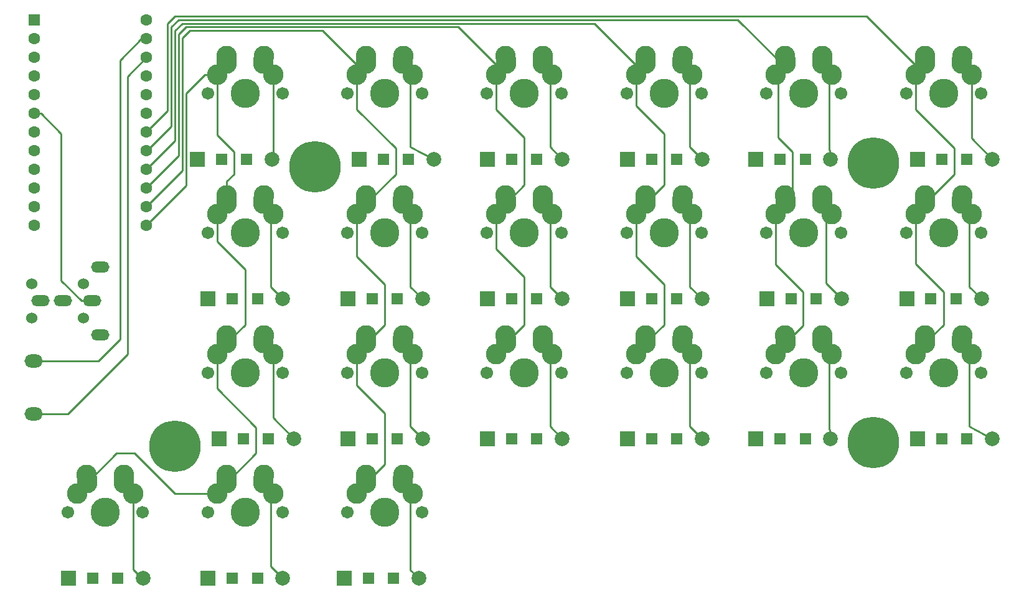
<source format=gbl>
G04 #@! TF.FileFunction,Copper,L2,Bot,Signal*
%FSLAX46Y46*%
G04 Gerber Fmt 4.6, Leading zero omitted, Abs format (unit mm)*
G04 Created by KiCad (PCBNEW 4.0.7) date *
%MOMM*%
%LPD*%
G01*
G04 APERTURE LIST*
%ADD10C,0.150000*%
%ADD11C,7.000000*%
%ADD12R,1.524000X1.524000*%
%ADD13C,1.998980*%
%ADD14R,1.998980X1.998980*%
%ADD15O,2.500000X1.524000*%
%ADD16C,1.524000*%
%ADD17C,2.800000*%
%ADD18C,3.987810*%
%ADD19C,1.701810*%
%ADD20O,2.500000X1.800000*%
%ADD21R,1.600000X1.600000*%
%ADD22C,1.600000*%
%ADD23C,0.250000*%
G04 APERTURE END LIST*
D10*
D11*
X216500000Y-109500000D03*
X140500000Y-72000000D03*
X216500000Y-71500000D03*
X121500000Y-110000000D03*
D12*
X113700000Y-128000000D03*
X110300000Y-128000000D03*
D13*
X117160000Y-127997460D03*
D14*
X107000000Y-127997460D03*
D12*
X131200000Y-71000000D03*
X127800000Y-71000000D03*
D13*
X134660000Y-70997460D03*
D14*
X124500000Y-70997460D03*
D12*
X132700000Y-90000000D03*
X129300000Y-90000000D03*
D13*
X136160000Y-89997460D03*
D14*
X126000000Y-89997460D03*
D12*
X134200000Y-109000000D03*
X130800000Y-109000000D03*
D13*
X137660000Y-108997460D03*
D14*
X127500000Y-108997460D03*
D12*
X132700000Y-128000000D03*
X129300000Y-128000000D03*
D13*
X136160000Y-127997460D03*
D14*
X126000000Y-127997460D03*
D12*
X153200000Y-71000000D03*
X149800000Y-71000000D03*
D13*
X156660000Y-70997460D03*
D14*
X146500000Y-70997460D03*
D12*
X151700000Y-90000000D03*
X148300000Y-90000000D03*
D13*
X155160000Y-89997460D03*
D14*
X145000000Y-89997460D03*
D12*
X151700000Y-109000000D03*
X148300000Y-109000000D03*
D13*
X155160000Y-108997460D03*
D14*
X145000000Y-108997460D03*
D12*
X151200000Y-128000000D03*
X147800000Y-128000000D03*
D13*
X154660000Y-127997460D03*
D14*
X144500000Y-127997460D03*
D12*
X170700000Y-71000000D03*
X167300000Y-71000000D03*
D13*
X174160000Y-70997460D03*
D14*
X164000000Y-70997460D03*
D12*
X170700000Y-90000000D03*
X167300000Y-90000000D03*
D13*
X174160000Y-89997460D03*
D14*
X164000000Y-89997460D03*
D12*
X170700000Y-109000000D03*
X167300000Y-109000000D03*
D13*
X174160000Y-108997460D03*
D14*
X164000000Y-108997460D03*
D12*
X189700000Y-71000000D03*
X186300000Y-71000000D03*
D13*
X193160000Y-70997460D03*
D14*
X183000000Y-70997460D03*
D12*
X189700000Y-90000000D03*
X186300000Y-90000000D03*
D13*
X193160000Y-89997460D03*
D14*
X183000000Y-89997460D03*
D12*
X189700000Y-109000000D03*
X186300000Y-109000000D03*
D13*
X193160000Y-108997460D03*
D14*
X183000000Y-108997460D03*
D12*
X207200000Y-71000000D03*
X203800000Y-71000000D03*
D13*
X210660000Y-70997460D03*
D14*
X200500000Y-70997460D03*
D12*
X208700000Y-90000000D03*
X205300000Y-90000000D03*
D13*
X212160000Y-89997460D03*
D14*
X202000000Y-89997460D03*
D12*
X207200000Y-109000000D03*
X203800000Y-109000000D03*
D13*
X210660000Y-108997460D03*
D14*
X200500000Y-108997460D03*
D12*
X229200000Y-71000000D03*
X225800000Y-71000000D03*
D13*
X232660000Y-70997460D03*
D14*
X222500000Y-70997460D03*
D12*
X227700000Y-90000000D03*
X224300000Y-90000000D03*
D13*
X231160000Y-89997460D03*
D14*
X221000000Y-89997460D03*
D12*
X229200000Y-109000000D03*
X225800000Y-109000000D03*
D13*
X232660000Y-108997460D03*
D14*
X222500000Y-108997460D03*
D15*
X110200000Y-90250000D03*
X111300000Y-94850000D03*
D16*
X109000000Y-92550000D03*
X102000000Y-92550000D03*
X102000000Y-87950000D03*
X109000000Y-87950000D03*
D15*
X111300000Y-85650000D03*
X103200000Y-90250000D03*
X106200000Y-90250000D03*
X110200000Y-90250000D03*
D17*
X108190000Y-116460000D03*
D18*
X112000000Y-119000000D03*
D19*
X106920000Y-119000000D03*
X117080000Y-119000000D03*
D17*
X115810000Y-116460000D03*
X114500000Y-115000000D03*
X109500000Y-115000000D03*
X109460000Y-113920000D03*
X114540000Y-113920000D03*
X114500000Y-114500000D03*
X109500000Y-114500000D03*
X127190000Y-59460000D03*
D18*
X131000000Y-62000000D03*
D19*
X125920000Y-62000000D03*
X136080000Y-62000000D03*
D17*
X134810000Y-59460000D03*
X133500000Y-58000000D03*
X128500000Y-58000000D03*
X128460000Y-56920000D03*
X133540000Y-56920000D03*
X133500000Y-57500000D03*
X128500000Y-57500000D03*
X127190000Y-78460000D03*
D18*
X131000000Y-81000000D03*
D19*
X125920000Y-81000000D03*
X136080000Y-81000000D03*
D17*
X134810000Y-78460000D03*
X133500000Y-77000000D03*
X128500000Y-77000000D03*
X128460000Y-75920000D03*
X133540000Y-75920000D03*
X133500000Y-76500000D03*
X128500000Y-76500000D03*
X127190000Y-97460000D03*
D18*
X131000000Y-100000000D03*
D19*
X125920000Y-100000000D03*
X136080000Y-100000000D03*
D17*
X134810000Y-97460000D03*
X133500000Y-96000000D03*
X128500000Y-96000000D03*
X128460000Y-94920000D03*
X133540000Y-94920000D03*
X133500000Y-95500000D03*
X128500000Y-95500000D03*
X127190000Y-116460000D03*
D18*
X131000000Y-119000000D03*
D19*
X125920000Y-119000000D03*
X136080000Y-119000000D03*
D17*
X134810000Y-116460000D03*
X133500000Y-115000000D03*
X128500000Y-115000000D03*
X128460000Y-113920000D03*
X133540000Y-113920000D03*
X133500000Y-114500000D03*
X128500000Y-114500000D03*
X146190000Y-59460000D03*
D18*
X150000000Y-62000000D03*
D19*
X144920000Y-62000000D03*
X155080000Y-62000000D03*
D17*
X153810000Y-59460000D03*
X152500000Y-58000000D03*
X147500000Y-58000000D03*
X147460000Y-56920000D03*
X152540000Y-56920000D03*
X152500000Y-57500000D03*
X147500000Y-57500000D03*
X146190000Y-78460000D03*
D18*
X150000000Y-81000000D03*
D19*
X144920000Y-81000000D03*
X155080000Y-81000000D03*
D17*
X153810000Y-78460000D03*
X152500000Y-77000000D03*
X147500000Y-77000000D03*
X147460000Y-75920000D03*
X152540000Y-75920000D03*
X152500000Y-76500000D03*
X147500000Y-76500000D03*
X146190000Y-97460000D03*
D18*
X150000000Y-100000000D03*
D19*
X144920000Y-100000000D03*
X155080000Y-100000000D03*
D17*
X153810000Y-97460000D03*
X152500000Y-96000000D03*
X147500000Y-96000000D03*
X147460000Y-94920000D03*
X152540000Y-94920000D03*
X152500000Y-95500000D03*
X147500000Y-95500000D03*
X146190000Y-116460000D03*
D18*
X150000000Y-119000000D03*
D19*
X144920000Y-119000000D03*
X155080000Y-119000000D03*
D17*
X153810000Y-116460000D03*
X152500000Y-115000000D03*
X147500000Y-115000000D03*
X147460000Y-113920000D03*
X152540000Y-113920000D03*
X152500000Y-114500000D03*
X147500000Y-114500000D03*
X165190000Y-59460000D03*
D18*
X169000000Y-62000000D03*
D19*
X163920000Y-62000000D03*
X174080000Y-62000000D03*
D17*
X172810000Y-59460000D03*
X171500000Y-58000000D03*
X166500000Y-58000000D03*
X166460000Y-56920000D03*
X171540000Y-56920000D03*
X171500000Y-57500000D03*
X166500000Y-57500000D03*
X165190000Y-78460000D03*
D18*
X169000000Y-81000000D03*
D19*
X163920000Y-81000000D03*
X174080000Y-81000000D03*
D17*
X172810000Y-78460000D03*
X171500000Y-77000000D03*
X166500000Y-77000000D03*
X166460000Y-75920000D03*
X171540000Y-75920000D03*
X171500000Y-76500000D03*
X166500000Y-76500000D03*
X165190000Y-97460000D03*
D18*
X169000000Y-100000000D03*
D19*
X163920000Y-100000000D03*
X174080000Y-100000000D03*
D17*
X172810000Y-97460000D03*
X171500000Y-96000000D03*
X166500000Y-96000000D03*
X166460000Y-94920000D03*
X171540000Y-94920000D03*
X171500000Y-95500000D03*
X166500000Y-95500000D03*
X184190000Y-59460000D03*
D18*
X188000000Y-62000000D03*
D19*
X182920000Y-62000000D03*
X193080000Y-62000000D03*
D17*
X191810000Y-59460000D03*
X190500000Y-58000000D03*
X185500000Y-58000000D03*
X185460000Y-56920000D03*
X190540000Y-56920000D03*
X190500000Y-57500000D03*
X185500000Y-57500000D03*
X184190000Y-78460000D03*
D18*
X188000000Y-81000000D03*
D19*
X182920000Y-81000000D03*
X193080000Y-81000000D03*
D17*
X191810000Y-78460000D03*
X190500000Y-77000000D03*
X185500000Y-77000000D03*
X185460000Y-75920000D03*
X190540000Y-75920000D03*
X190500000Y-76500000D03*
X185500000Y-76500000D03*
X184190000Y-97460000D03*
D18*
X188000000Y-100000000D03*
D19*
X182920000Y-100000000D03*
X193080000Y-100000000D03*
D17*
X191810000Y-97460000D03*
X190500000Y-96000000D03*
X185500000Y-96000000D03*
X185460000Y-94920000D03*
X190540000Y-94920000D03*
X190500000Y-95500000D03*
X185500000Y-95500000D03*
X203190000Y-59460000D03*
D18*
X207000000Y-62000000D03*
D19*
X201920000Y-62000000D03*
X212080000Y-62000000D03*
D17*
X210810000Y-59460000D03*
X209500000Y-58000000D03*
X204500000Y-58000000D03*
X204460000Y-56920000D03*
X209540000Y-56920000D03*
X209500000Y-57500000D03*
X204500000Y-57500000D03*
X203190000Y-78460000D03*
D18*
X207000000Y-81000000D03*
D19*
X201920000Y-81000000D03*
X212080000Y-81000000D03*
D17*
X210810000Y-78460000D03*
X209500000Y-77000000D03*
X204500000Y-77000000D03*
X204460000Y-75920000D03*
X209540000Y-75920000D03*
X209500000Y-76500000D03*
X204500000Y-76500000D03*
X203190000Y-97460000D03*
D18*
X207000000Y-100000000D03*
D19*
X201920000Y-100000000D03*
X212080000Y-100000000D03*
D17*
X210810000Y-97460000D03*
X209500000Y-96000000D03*
X204500000Y-96000000D03*
X204460000Y-94920000D03*
X209540000Y-94920000D03*
X209500000Y-95500000D03*
X204500000Y-95500000D03*
X222190000Y-59460000D03*
D18*
X226000000Y-62000000D03*
D19*
X220920000Y-62000000D03*
X231080000Y-62000000D03*
D17*
X229810000Y-59460000D03*
X228500000Y-58000000D03*
X223500000Y-58000000D03*
X223460000Y-56920000D03*
X228540000Y-56920000D03*
X228500000Y-57500000D03*
X223500000Y-57500000D03*
X222190000Y-78460000D03*
D18*
X226000000Y-81000000D03*
D19*
X220920000Y-81000000D03*
X231080000Y-81000000D03*
D17*
X229810000Y-78460000D03*
X228500000Y-77000000D03*
X223500000Y-77000000D03*
X223460000Y-75920000D03*
X228540000Y-75920000D03*
X228500000Y-76500000D03*
X223500000Y-76500000D03*
X222190000Y-97460000D03*
D18*
X226000000Y-100000000D03*
D19*
X220920000Y-100000000D03*
X231080000Y-100000000D03*
D17*
X229810000Y-97460000D03*
X228500000Y-96000000D03*
X223500000Y-96000000D03*
X223460000Y-94920000D03*
X228540000Y-94920000D03*
X228500000Y-95500000D03*
X223500000Y-95500000D03*
D20*
X102250000Y-105600000D03*
X102250000Y-98400000D03*
D21*
X102380000Y-52030000D03*
D22*
X102380000Y-54570000D03*
X102380000Y-57110000D03*
X102380000Y-59650000D03*
X102380000Y-62190000D03*
X102380000Y-64730000D03*
X102380000Y-67270000D03*
X102380000Y-69810000D03*
X102380000Y-72350000D03*
X102380000Y-74890000D03*
X102380000Y-77430000D03*
X102380000Y-79970000D03*
X117620000Y-79970000D03*
X117620000Y-77430000D03*
X117620000Y-74890000D03*
X117620000Y-72350000D03*
X117620000Y-69810000D03*
X117620000Y-67270000D03*
X117620000Y-64730000D03*
X117620000Y-62190000D03*
X117620000Y-59650000D03*
X117620000Y-57110000D03*
X117620000Y-54570000D03*
X117620000Y-52030000D03*
D23*
X115810000Y-116460000D02*
X115810000Y-116310000D01*
X115810000Y-116310000D02*
X114500000Y-115000000D01*
X115810000Y-116460000D02*
X115810000Y-126810000D01*
X115810000Y-126810000D02*
X116997460Y-127997460D01*
X116997460Y-127997460D02*
X117160000Y-127997460D01*
X134810000Y-59460000D02*
X134810000Y-70847460D01*
X134810000Y-70847460D02*
X134660000Y-70997460D01*
X133500000Y-58000000D02*
X133500000Y-58150000D01*
X133500000Y-58150000D02*
X134500000Y-59150000D01*
X133500000Y-77000000D02*
X133500000Y-77150000D01*
X133500000Y-77150000D02*
X134500000Y-78150000D01*
X134500000Y-78150000D02*
X134500000Y-88337460D01*
X134500000Y-88337460D02*
X136160000Y-89997460D01*
X134810000Y-97460000D02*
X134810000Y-106147460D01*
X134810000Y-106147460D02*
X137660000Y-108997460D01*
X133500000Y-96000000D02*
X133500000Y-96150000D01*
X133500000Y-96150000D02*
X134810000Y-97460000D01*
X133500000Y-115000000D02*
X133500000Y-115150000D01*
X133500000Y-115150000D02*
X134500000Y-116150000D01*
X134500000Y-116150000D02*
X134500000Y-126337460D01*
X134500000Y-126337460D02*
X136160000Y-127997460D01*
X152500000Y-58000000D02*
X152500000Y-58150000D01*
X152500000Y-58150000D02*
X153500000Y-59150000D01*
X153500000Y-59150000D02*
X153500000Y-69337460D01*
X153500000Y-69337460D02*
X156660000Y-70997460D01*
X152500000Y-77000000D02*
X152500000Y-77150000D01*
X152500000Y-77150000D02*
X153500000Y-78150000D01*
X153500000Y-78150000D02*
X153500000Y-88337460D01*
X153500000Y-88337460D02*
X155160000Y-89997460D01*
X152500000Y-96000000D02*
X152500000Y-96150000D01*
X152500000Y-96150000D02*
X153500000Y-97150000D01*
X153500000Y-97150000D02*
X153500000Y-107337460D01*
X153500000Y-107337460D02*
X155160000Y-108997460D01*
X152500000Y-115000000D02*
X152500000Y-115150000D01*
X152500000Y-115150000D02*
X153500000Y-116150000D01*
X153500000Y-116150000D02*
X153500000Y-126837460D01*
X153500000Y-126837460D02*
X154660000Y-127997460D01*
X172500000Y-69337460D02*
X174160000Y-70997460D01*
X171500000Y-58000000D02*
X171500000Y-58150000D01*
X171500000Y-58150000D02*
X172500000Y-59150000D01*
X172500000Y-59150000D02*
X172500000Y-69337460D01*
X171500000Y-77000000D02*
X171500000Y-77150000D01*
X171500000Y-77150000D02*
X172500000Y-78150000D01*
X172500000Y-78150000D02*
X172500000Y-88337460D01*
X172500000Y-88337460D02*
X174160000Y-89997460D01*
X171500000Y-96000000D02*
X171500000Y-96150000D01*
X171500000Y-96150000D02*
X172500000Y-97150000D01*
X172500000Y-97150000D02*
X172500000Y-107337460D01*
X172500000Y-107337460D02*
X174160000Y-108997460D01*
X190500000Y-58000000D02*
X190500000Y-58150000D01*
X190500000Y-58150000D02*
X191500000Y-59150000D01*
X191500000Y-59150000D02*
X191500000Y-69337460D01*
X191500000Y-69337460D02*
X193160000Y-70997460D01*
X190500000Y-77000000D02*
X190500000Y-77150000D01*
X190500000Y-77150000D02*
X191500000Y-78150000D01*
X191500000Y-78150000D02*
X191500000Y-88337460D01*
X191500000Y-88337460D02*
X193160000Y-89997460D01*
X190500000Y-96000000D02*
X190500000Y-96150000D01*
X190500000Y-96150000D02*
X191500000Y-97150000D01*
X191500000Y-97150000D02*
X191500000Y-107337460D01*
X191500000Y-107337460D02*
X193160000Y-108997460D01*
X209500000Y-58000000D02*
X209500000Y-58150000D01*
X209500000Y-58150000D02*
X210500000Y-59150000D01*
X210500000Y-59150000D02*
X210500000Y-69337460D01*
X210500000Y-69337460D02*
X210660000Y-70997460D01*
X209500000Y-77000000D02*
X209500000Y-77150000D01*
X209500000Y-77150000D02*
X210000000Y-77650000D01*
X210000000Y-77650000D02*
X210000000Y-87837460D01*
X210000000Y-87837460D02*
X212160000Y-89997460D01*
X209500000Y-96000000D02*
X209500000Y-96150000D01*
X209500000Y-96150000D02*
X210500000Y-97150000D01*
X210500000Y-97150000D02*
X210500000Y-107337460D01*
X210500000Y-107337460D02*
X210660000Y-108997460D01*
X229810000Y-59460000D02*
X229810000Y-68147460D01*
X229810000Y-68147460D02*
X232660000Y-70997460D01*
X228500000Y-58000000D02*
X228500000Y-58150000D01*
X228500000Y-58150000D02*
X229810000Y-59460000D01*
X228500000Y-77000000D02*
X228500000Y-77150000D01*
X228500000Y-77150000D02*
X229500000Y-78150000D01*
X229500000Y-78150000D02*
X229500000Y-88337460D01*
X229500000Y-88337460D02*
X231160000Y-89997460D01*
X228500000Y-96000000D02*
X228500000Y-96150000D01*
X228500000Y-96150000D02*
X229500000Y-97150000D01*
X229500000Y-97150000D02*
X229500000Y-107337460D01*
X229500000Y-107337460D02*
X232660000Y-108997460D01*
X127190000Y-59460000D02*
X125540000Y-59460000D01*
X123000000Y-74590000D02*
X117620000Y-79970000D01*
X123000000Y-62000000D02*
X123000000Y-74590000D01*
X125540000Y-59460000D02*
X123000000Y-62000000D01*
X128500000Y-77000000D02*
X128500000Y-74000000D01*
X127190000Y-67690000D02*
X127190000Y-59460000D01*
X129500000Y-70000000D02*
X127190000Y-67690000D01*
X129500000Y-73000000D02*
X129500000Y-70000000D01*
X128500000Y-74000000D02*
X129500000Y-73000000D01*
X128500000Y-58000000D02*
X128500000Y-58150000D01*
X128500000Y-58150000D02*
X127190000Y-59460000D01*
X127190000Y-97460000D02*
X127190000Y-102190000D01*
X132500000Y-111000000D02*
X128500000Y-115000000D01*
X132500000Y-107500000D02*
X132500000Y-111000000D01*
X127190000Y-102190000D02*
X132500000Y-107500000D01*
X128500000Y-115000000D02*
X128500000Y-115150000D01*
X128500000Y-115150000D02*
X127190000Y-116460000D01*
X109500000Y-115000000D02*
X109500000Y-115150000D01*
X109500000Y-115150000D02*
X108190000Y-116460000D01*
X128500000Y-77000000D02*
X128500000Y-77150000D01*
X128500000Y-77150000D02*
X127190000Y-78460000D01*
X128500000Y-96000000D02*
X128500000Y-96150000D01*
X128500000Y-96150000D02*
X127190000Y-97460000D01*
X127190000Y-116460000D02*
X121460000Y-116460000D01*
X113500000Y-111000000D02*
X109500000Y-115000000D01*
X116000000Y-111000000D02*
X113500000Y-111000000D01*
X121460000Y-116460000D02*
X116000000Y-111000000D01*
X127190000Y-78460000D02*
X127190000Y-82190000D01*
X131000000Y-93500000D02*
X128500000Y-96000000D01*
X131000000Y-86000000D02*
X131000000Y-93500000D01*
X127190000Y-82190000D02*
X131000000Y-86000000D01*
X124000000Y-53500000D02*
X123500000Y-53500000D01*
X123500000Y-53500000D02*
X122500000Y-54500000D01*
X122500000Y-54500000D02*
X122500000Y-55000000D01*
X141500000Y-53500000D02*
X124000000Y-53500000D01*
X146000000Y-58000000D02*
X147500000Y-58000000D01*
X146000000Y-58000000D02*
X141500000Y-53500000D01*
X117620000Y-77430000D02*
X122500000Y-72550000D01*
X122500000Y-55000000D02*
X122500000Y-72550000D01*
X146190000Y-59460000D02*
X146190000Y-64190000D01*
X151500000Y-73000000D02*
X147500000Y-77000000D01*
X151500000Y-69500000D02*
X151500000Y-73000000D01*
X146190000Y-64190000D02*
X151500000Y-69500000D01*
X147500000Y-58000000D02*
X147500000Y-58150000D01*
X147500000Y-58150000D02*
X146190000Y-59460000D01*
X147500000Y-96000000D02*
X147500000Y-96150000D01*
X147500000Y-96150000D02*
X146190000Y-97460000D01*
X147500000Y-115000000D02*
X147500000Y-115150000D01*
X147500000Y-115150000D02*
X146190000Y-116460000D01*
X146190000Y-97460000D02*
X146190000Y-101690000D01*
X150000000Y-112500000D02*
X147500000Y-115000000D01*
X150000000Y-105500000D02*
X150000000Y-112500000D01*
X146190000Y-101690000D02*
X150000000Y-105500000D01*
X146190000Y-78460000D02*
X146190000Y-84190000D01*
X150000000Y-93500000D02*
X146190000Y-97310000D01*
X150000000Y-88000000D02*
X150000000Y-93500000D01*
X146190000Y-84190000D02*
X150000000Y-88000000D01*
X146190000Y-97310000D02*
X146190000Y-97460000D01*
X147500000Y-77000000D02*
X147500000Y-77150000D01*
X147500000Y-77150000D02*
X146190000Y-78460000D01*
X117620000Y-74880000D02*
X122000000Y-70500000D01*
X165000000Y-58000000D02*
X160000000Y-53000000D01*
X160000000Y-53000000D02*
X123000000Y-53000000D01*
X166500000Y-58000000D02*
X165000000Y-58000000D01*
X122000000Y-54000000D02*
X123000000Y-53000000D01*
X122000000Y-70500000D02*
X122000000Y-54000000D01*
X117620000Y-74890000D02*
X117620000Y-74880000D01*
X165190000Y-59460000D02*
X165190000Y-59310000D01*
X165190000Y-59310000D02*
X166500000Y-58000000D01*
X166500000Y-96000000D02*
X166500000Y-96150000D01*
X166500000Y-96150000D02*
X165190000Y-97460000D01*
X166500000Y-77000000D02*
X166500000Y-77150000D01*
X166500000Y-77150000D02*
X165190000Y-78460000D01*
X165190000Y-78460000D02*
X165190000Y-83190000D01*
X169000000Y-93500000D02*
X166500000Y-96000000D01*
X169000000Y-87000000D02*
X169000000Y-93500000D01*
X165190000Y-83190000D02*
X169000000Y-87000000D01*
X165190000Y-59460000D02*
X165190000Y-64190000D01*
X169000000Y-74500000D02*
X166500000Y-77000000D01*
X169000000Y-68000000D02*
X169000000Y-74500000D01*
X165190000Y-64190000D02*
X169000000Y-68000000D01*
X178500000Y-52500000D02*
X122500000Y-52500000D01*
X122500000Y-52500000D02*
X121500000Y-53500000D01*
X121500000Y-53500000D02*
X121500000Y-68470000D01*
X121500000Y-68470000D02*
X117620000Y-72350000D01*
X184000000Y-58000000D02*
X178500000Y-52500000D01*
X185500000Y-58000000D02*
X184000000Y-58000000D01*
X185500000Y-77000000D02*
X185500000Y-77150000D01*
X185500000Y-77150000D02*
X184190000Y-78460000D01*
X185500000Y-96000000D02*
X185500000Y-96150000D01*
X185500000Y-96150000D02*
X184190000Y-97460000D01*
X184190000Y-78460000D02*
X184190000Y-84190000D01*
X188000000Y-93500000D02*
X185500000Y-96000000D01*
X188000000Y-88000000D02*
X188000000Y-93500000D01*
X184190000Y-84190000D02*
X188000000Y-88000000D01*
X184190000Y-59460000D02*
X184190000Y-63690000D01*
X188000000Y-74500000D02*
X185500000Y-77000000D01*
X188000000Y-67500000D02*
X188000000Y-74500000D01*
X184190000Y-63690000D02*
X188000000Y-67500000D01*
X184190000Y-59460000D02*
X184190000Y-59310000D01*
X184190000Y-59310000D02*
X185500000Y-58000000D01*
X117690000Y-69810000D02*
X121000000Y-66500000D01*
X198049998Y-52049998D02*
X123000000Y-52049998D01*
X204000000Y-58000000D02*
X198049998Y-52049998D01*
X121950002Y-52049998D02*
X123000000Y-52049998D01*
X121000000Y-53000000D02*
X121950002Y-52049998D01*
X121000000Y-66500000D02*
X121000000Y-53000000D01*
X117620000Y-69810000D02*
X117690000Y-69810000D01*
X203190000Y-78460000D02*
X203190000Y-78310000D01*
X203190000Y-78310000D02*
X204500000Y-77000000D01*
X203500000Y-66500000D02*
X203500000Y-68000000D01*
X203500000Y-59150000D02*
X203500000Y-66500000D01*
X205500000Y-70000000D02*
X205500000Y-76000000D01*
X203500000Y-68000000D02*
X205500000Y-70000000D01*
X205500000Y-76000000D02*
X204500000Y-77000000D01*
X203190000Y-78460000D02*
X203190000Y-85310000D01*
X206880000Y-93620000D02*
X204500000Y-96000000D01*
X206880000Y-89000000D02*
X206880000Y-93620000D01*
X203190000Y-85310000D02*
X206880000Y-89000000D01*
X204500000Y-58000000D02*
X204500000Y-58150000D01*
X204500000Y-58150000D02*
X203500000Y-59150000D01*
X204500000Y-58000000D02*
X204000000Y-58000000D01*
X123000000Y-51500000D02*
X121500000Y-51500000D01*
X121500000Y-51500000D02*
X120500000Y-52500000D01*
X120500000Y-52500000D02*
X120500000Y-64390000D01*
X120500000Y-64390000D02*
X117620000Y-67270000D01*
X223500000Y-58000000D02*
X222000000Y-58000000D01*
X215500000Y-51500000D02*
X123000000Y-51500000D01*
X222000000Y-58000000D02*
X215500000Y-51500000D01*
X222190000Y-59460000D02*
X222190000Y-64190000D01*
X227500000Y-73000000D02*
X223500000Y-77000000D01*
X227500000Y-69500000D02*
X227500000Y-73000000D01*
X222190000Y-64190000D02*
X227500000Y-69500000D01*
X222190000Y-59460000D02*
X222190000Y-59310000D01*
X222190000Y-59310000D02*
X223500000Y-58000000D01*
X223500000Y-96000000D02*
X223500000Y-96150000D01*
X223500000Y-96150000D02*
X222190000Y-97460000D01*
X223500000Y-77000000D02*
X223500000Y-77150000D01*
X223500000Y-77150000D02*
X222190000Y-78460000D01*
X223500000Y-58000000D02*
X223500000Y-58150000D01*
X222190000Y-78460000D02*
X222190000Y-85190000D01*
X226000000Y-93500000D02*
X223500000Y-96000000D01*
X226000000Y-89000000D02*
X226000000Y-93500000D01*
X222190000Y-85190000D02*
X226000000Y-89000000D01*
X102250000Y-105600000D02*
X106900000Y-105600000D01*
X115000000Y-59730000D02*
X117620000Y-57110000D01*
X115000000Y-97500000D02*
X115000000Y-59730000D01*
X106900000Y-105600000D02*
X115000000Y-97500000D01*
X117620000Y-54570000D02*
X116930000Y-54570000D01*
X116930000Y-54570000D02*
X114000000Y-57500000D01*
X114000000Y-57500000D02*
X114000000Y-95500000D01*
X111100000Y-98400000D02*
X102250000Y-98400000D01*
X114000000Y-95500000D02*
X111100000Y-98400000D01*
X108750000Y-90250000D02*
X110200000Y-90250000D01*
X106000000Y-87500000D02*
X108750000Y-90250000D01*
X106000000Y-67500000D02*
X106000000Y-87500000D01*
X103230000Y-64730000D02*
X106000000Y-67500000D01*
X102380000Y-64730000D02*
X103230000Y-64730000D01*
M02*

</source>
